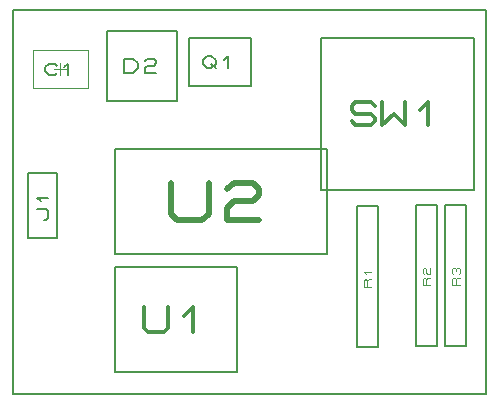
<source format=gbr>
G04 PROTEUS GERBER X2 FILE*
%TF.GenerationSoftware,Labcenter,Proteus,8.6-SP2-Build23525*%
%TF.CreationDate,2021-09-08T15:11:20+00:00*%
%TF.FileFunction,AssemblyDrawing,Top*%
%TF.FilePolarity,Positive*%
%TF.Part,Single*%
%FSLAX45Y45*%
%MOMM*%
G01*
%TA.AperFunction,Material*%
%ADD73C,0.050000*%
%ADD30C,0.158330*%
%ADD21C,0.152400*%
%ADD31C,0.160020*%
%ADD71C,0.203200*%
%ADD32C,0.197270*%
%ADD33C,0.176100*%
%ADD34C,0.345440*%
%ADD35C,0.533400*%
%ADD36C,0.322580*%
%ADD37C,0.106680*%
%TA.AperFunction,Profile*%
%ADD19C,0.203200*%
%TD.AperFunction*%
D73*
X+165000Y+3090000D02*
X+635000Y+3090000D01*
X+635000Y+3410000D01*
X+165000Y+3410000D01*
X+165000Y+3090000D01*
X+400000Y+3300000D02*
X+400000Y+3200000D01*
X+450000Y+3250000D02*
X+350000Y+3250000D01*
D30*
X+368333Y+3218333D02*
X+352500Y+3202500D01*
X+305000Y+3202500D01*
X+273334Y+3234167D01*
X+273334Y+3265833D01*
X+305000Y+3297500D01*
X+352500Y+3297500D01*
X+368333Y+3281667D01*
X+431666Y+3265833D02*
X+463333Y+3297500D01*
X+463333Y+3202500D01*
D21*
X+375400Y+2374320D02*
X+123940Y+2374320D01*
X+123940Y+1825680D01*
X+375400Y+1825680D01*
X+375400Y+2374320D01*
X+123940Y+2374320D01*
X+123940Y+1825680D01*
X+375400Y+1825680D01*
X+375400Y+2374320D01*
D31*
X+265672Y+1971984D02*
X+281674Y+1971984D01*
X+297676Y+1987986D01*
X+297676Y+2051994D01*
X+281674Y+2067996D01*
X+201664Y+2067996D01*
X+233668Y+2132004D02*
X+201664Y+2164008D01*
X+297676Y+2164008D01*
D71*
X+799340Y+2985840D02*
X+1391160Y+2985840D01*
X+1391160Y+3577660D01*
X+799340Y+3577660D01*
X+799340Y+2985840D01*
D32*
X+937432Y+3222568D02*
X+937432Y+3340932D01*
X+1016341Y+3340932D01*
X+1055795Y+3301477D01*
X+1055795Y+3262023D01*
X+1016341Y+3222568D01*
X+937432Y+3222568D01*
X+1114977Y+3321205D02*
X+1134704Y+3340932D01*
X+1193886Y+3340932D01*
X+1213613Y+3321205D01*
X+1213613Y+3301477D01*
X+1193886Y+3281750D01*
X+1134704Y+3281750D01*
X+1114977Y+3262023D01*
X+1114977Y+3222568D01*
X+1213613Y+3222568D01*
D71*
X+1485840Y+3112840D02*
X+2014160Y+3112840D01*
X+2014160Y+3514160D01*
X+1485840Y+3514160D01*
X+1485840Y+3112840D01*
D33*
X+1609116Y+3331110D02*
X+1644337Y+3366331D01*
X+1679558Y+3366331D01*
X+1714779Y+3331110D01*
X+1714779Y+3295889D01*
X+1679558Y+3260668D01*
X+1644337Y+3260668D01*
X+1609116Y+3295889D01*
X+1609116Y+3331110D01*
X+1679558Y+3295889D02*
X+1714779Y+3260668D01*
X+1785221Y+3331110D02*
X+1820442Y+3366331D01*
X+1820442Y+3260668D01*
D71*
X+862840Y+686500D02*
X+1899160Y+686500D01*
X+1899160Y+1575500D01*
X+862840Y+1575500D01*
X+862840Y+686500D01*
D34*
X+1104648Y+1234632D02*
X+1104648Y+1061912D01*
X+1139192Y+1027368D01*
X+1277368Y+1027368D01*
X+1311912Y+1061912D01*
X+1311912Y+1234632D01*
X+1450088Y+1165544D02*
X+1519176Y+1234632D01*
X+1519176Y+1027368D01*
D71*
X+862840Y+1686500D02*
X+2661160Y+1686500D01*
X+2661160Y+2575500D01*
X+862840Y+2575500D01*
X+862840Y+1686500D01*
D35*
X+1335280Y+2291020D02*
X+1335280Y+2024320D01*
X+1388620Y+1970980D01*
X+1601980Y+1970980D01*
X+1655320Y+2024320D01*
X+1655320Y+2291020D01*
X+1815340Y+2237680D02*
X+1868680Y+2291020D01*
X+2028700Y+2291020D01*
X+2082040Y+2237680D01*
X+2082040Y+2184340D01*
X+2028700Y+2131000D01*
X+1868680Y+2131000D01*
X+1815340Y+2077660D01*
X+1815340Y+1970980D01*
X+2082040Y+1970980D01*
D71*
X+2608840Y+2227840D02*
X+3899160Y+2227840D01*
X+3899160Y+3518160D01*
X+2608840Y+3518160D01*
X+2608840Y+2227840D01*
D36*
X+2866904Y+2808484D02*
X+2899162Y+2776226D01*
X+3028194Y+2776226D01*
X+3060452Y+2808484D01*
X+3060452Y+2840742D01*
X+3028194Y+2873000D01*
X+2899162Y+2873000D01*
X+2866904Y+2905258D01*
X+2866904Y+2937516D01*
X+2899162Y+2969774D01*
X+3028194Y+2969774D01*
X+3060452Y+2937516D01*
X+3124968Y+2969774D02*
X+3124968Y+2776226D01*
X+3221742Y+2873000D01*
X+3318516Y+2776226D01*
X+3318516Y+2969774D01*
X+3447548Y+2905258D02*
X+3512064Y+2969774D01*
X+3512064Y+2776226D01*
D71*
X+2911100Y+895100D02*
X+3088900Y+895100D01*
X+3088900Y+2088900D01*
X+2911100Y+2088900D01*
X+2911100Y+895100D01*
D37*
X+3032004Y+1406656D02*
X+2967996Y+1406656D01*
X+2967996Y+1459996D01*
X+2978664Y+1470664D01*
X+2989332Y+1470664D01*
X+3000000Y+1459996D01*
X+3000000Y+1406656D01*
X+3000000Y+1459996D02*
X+3010668Y+1470664D01*
X+3032004Y+1470664D01*
X+2989332Y+1513336D02*
X+2967996Y+1534672D01*
X+3032004Y+1534672D01*
D71*
X+3411100Y+911100D02*
X+3588900Y+911100D01*
X+3588900Y+2104900D01*
X+3411100Y+2104900D01*
X+3411100Y+911100D01*
D37*
X+3532004Y+1422656D02*
X+3467996Y+1422656D01*
X+3467996Y+1475996D01*
X+3478664Y+1486664D01*
X+3489332Y+1486664D01*
X+3500000Y+1475996D01*
X+3500000Y+1422656D01*
X+3500000Y+1475996D02*
X+3510668Y+1486664D01*
X+3532004Y+1486664D01*
X+3478664Y+1518668D02*
X+3467996Y+1529336D01*
X+3467996Y+1561340D01*
X+3478664Y+1572008D01*
X+3489332Y+1572008D01*
X+3500000Y+1561340D01*
X+3500000Y+1529336D01*
X+3510668Y+1518668D01*
X+3532004Y+1518668D01*
X+3532004Y+1572008D01*
D71*
X+3661100Y+911100D02*
X+3838900Y+911100D01*
X+3838900Y+2104900D01*
X+3661100Y+2104900D01*
X+3661100Y+911100D01*
D37*
X+3782004Y+1422656D02*
X+3717996Y+1422656D01*
X+3717996Y+1475996D01*
X+3728664Y+1486664D01*
X+3739332Y+1486664D01*
X+3750000Y+1475996D01*
X+3750000Y+1422656D01*
X+3750000Y+1475996D02*
X+3760668Y+1486664D01*
X+3782004Y+1486664D01*
X+3728664Y+1518668D02*
X+3717996Y+1529336D01*
X+3717996Y+1561340D01*
X+3728664Y+1572008D01*
X+3739332Y+1572008D01*
X+3750000Y+1561340D01*
X+3760668Y+1572008D01*
X+3771336Y+1572008D01*
X+3782004Y+1561340D01*
X+3782004Y+1529336D01*
X+3771336Y+1518668D01*
X+3750000Y+1540004D02*
X+3750000Y+1561340D01*
D19*
X+0Y+500000D02*
X+4000000Y+500000D01*
X+4000000Y+3750000D01*
X+0Y+3750000D01*
X+0Y+500000D01*
M02*

</source>
